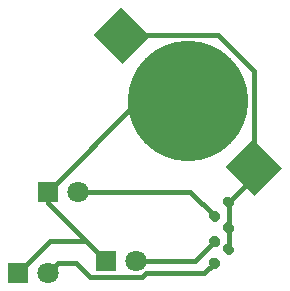
<source format=gbl>
%TF.GenerationSoftware,KiCad,Pcbnew,(5.1.8)-1*%
%TF.CreationDate,2020-12-24T12:29:03-03:00*%
%TF.ProjectId,christmasornament,63687269-7374-46d6-9173-6f726e616d65,rev?*%
%TF.SameCoordinates,Original*%
%TF.FileFunction,Copper,L2,Bot*%
%TF.FilePolarity,Positive*%
%FSLAX46Y46*%
G04 Gerber Fmt 4.6, Leading zero omitted, Abs format (unit mm)*
G04 Created by KiCad (PCBNEW (5.1.8)-1) date 2020-12-24 12:29:03*
%MOMM*%
%LPD*%
G01*
G04 APERTURE LIST*
%TA.AperFunction,ComponentPad*%
%ADD10R,1.800000X1.800000*%
%TD*%
%TA.AperFunction,ComponentPad*%
%ADD11C,1.800000*%
%TD*%
%TA.AperFunction,SMDPad,CuDef*%
%ADD12C,0.100000*%
%TD*%
%TA.AperFunction,SMDPad,CuDef*%
%ADD13C,10.200000*%
%TD*%
%TA.AperFunction,Conductor*%
%ADD14C,0.400000*%
%TD*%
G04 APERTURE END LIST*
D10*
%TO.P,D3,1*%
%TO.N,GND*%
X30550000Y30610000D03*
D11*
%TO.P,D3,2*%
%TO.N,Net-(D3-Pad2)*%
X33090000Y30610000D03*
%TD*%
%TO.P,D1,2*%
%TO.N,Net-(D1-Pad2)*%
X30510000Y23690000D03*
D10*
%TO.P,D1,1*%
%TO.N,GND*%
X27970000Y23690000D03*
%TD*%
%TO.P,D2,1*%
%TO.N,GND*%
X35460000Y24740000D03*
D11*
%TO.P,D2,2*%
%TO.N,Net-(D2-Pad2)*%
X38000000Y24740000D03*
%TD*%
%TO.P,R1,1*%
%TO.N,Net-(D1-Pad2)*%
%TA.AperFunction,SMDPad,CuDef*%
G36*
G01*
X44578249Y24079340D02*
X44189340Y24468249D01*
G75*
G02*
X44189340Y24751091I141421J141421D01*
G01*
X44472183Y25033934D01*
G75*
G02*
X44755025Y25033934I141421J-141421D01*
G01*
X45143934Y24645025D01*
G75*
G02*
X45143934Y24362183I-141421J-141421D01*
G01*
X44861091Y24079340D01*
G75*
G02*
X44578249Y24079340I-141421J141421D01*
G01*
G37*
%TD.AperFunction*%
%TO.P,R1,2*%
%TO.N,VCC*%
%TA.AperFunction,SMDPad,CuDef*%
G36*
G01*
X45744975Y25246066D02*
X45356066Y25634975D01*
G75*
G02*
X45356066Y25917817I141421J141421D01*
G01*
X45638909Y26200660D01*
G75*
G02*
X45921751Y26200660I141421J-141421D01*
G01*
X46310660Y25811751D01*
G75*
G02*
X46310660Y25528909I-141421J-141421D01*
G01*
X46027817Y25246066D01*
G75*
G02*
X45744975Y25246066I-141421J141421D01*
G01*
G37*
%TD.AperFunction*%
%TD*%
%TO.P,R2,1*%
%TO.N,Net-(D2-Pad2)*%
%TA.AperFunction,SMDPad,CuDef*%
G36*
G01*
X44578249Y25929340D02*
X44189340Y26318249D01*
G75*
G02*
X44189340Y26601091I141421J141421D01*
G01*
X44472183Y26883934D01*
G75*
G02*
X44755025Y26883934I141421J-141421D01*
G01*
X45143934Y26495025D01*
G75*
G02*
X45143934Y26212183I-141421J-141421D01*
G01*
X44861091Y25929340D01*
G75*
G02*
X44578249Y25929340I-141421J141421D01*
G01*
G37*
%TD.AperFunction*%
%TO.P,R2,2*%
%TO.N,VCC*%
%TA.AperFunction,SMDPad,CuDef*%
G36*
G01*
X45744975Y27096066D02*
X45356066Y27484975D01*
G75*
G02*
X45356066Y27767817I141421J141421D01*
G01*
X45638909Y28050660D01*
G75*
G02*
X45921751Y28050660I141421J-141421D01*
G01*
X46310660Y27661751D01*
G75*
G02*
X46310660Y27378909I-141421J-141421D01*
G01*
X46027817Y27096066D01*
G75*
G02*
X45744975Y27096066I-141421J141421D01*
G01*
G37*
%TD.AperFunction*%
%TD*%
%TO.P,R3,2*%
%TO.N,VCC*%
%TA.AperFunction,SMDPad,CuDef*%
G36*
G01*
X45744975Y29229429D02*
X45356066Y29618338D01*
G75*
G02*
X45356066Y29901180I141421J141421D01*
G01*
X45638909Y30184023D01*
G75*
G02*
X45921751Y30184023I141421J-141421D01*
G01*
X46310660Y29795114D01*
G75*
G02*
X46310660Y29512272I-141421J-141421D01*
G01*
X46027817Y29229429D01*
G75*
G02*
X45744975Y29229429I-141421J141421D01*
G01*
G37*
%TD.AperFunction*%
%TO.P,R3,1*%
%TO.N,Net-(D3-Pad2)*%
%TA.AperFunction,SMDPad,CuDef*%
G36*
G01*
X44578249Y28062703D02*
X44189340Y28451612D01*
G75*
G02*
X44189340Y28734454I141421J141421D01*
G01*
X44472183Y29017297D01*
G75*
G02*
X44755025Y29017297I141421J-141421D01*
G01*
X45143934Y28628388D01*
G75*
G02*
X45143934Y28345546I-141421J-141421D01*
G01*
X44861091Y28062703D01*
G75*
G02*
X44578249Y28062703I-141421J141421D01*
G01*
G37*
%TD.AperFunction*%
%TD*%
%TA.AperFunction,SMDPad,CuDef*%
D12*
%TO.P,BT1,1*%
%TO.N,VCC*%
G36*
X34409693Y43906855D02*
G01*
X36743145Y46240307D01*
X39218019Y43765433D01*
X36884567Y41431981D01*
X34409693Y43906855D01*
G37*
%TD.AperFunction*%
%TA.AperFunction,SMDPad,CuDef*%
G36*
X45581981Y32734567D02*
G01*
X47915433Y35068019D01*
X50390307Y32593145D01*
X48056855Y30259693D01*
X45581981Y32734567D01*
G37*
%TD.AperFunction*%
D13*
%TO.P,BT1,2*%
%TO.N,GND*%
X42400000Y38250000D03*
%TD*%
D14*
%TO.N,GND*%
X30550000Y29650000D02*
X35460000Y24740000D01*
X30550000Y30610000D02*
X30550000Y29650000D01*
X33739295Y26460705D02*
X35460000Y24740000D01*
X30740705Y26460705D02*
X33739295Y26460705D01*
X27970000Y23690000D02*
X30740705Y26460705D01*
X38190000Y38250000D02*
X30550000Y30610000D01*
X42400000Y38250000D02*
X38190000Y38250000D01*
%TO.N,Net-(D1-Pad2)*%
X31409999Y24589999D02*
X30510000Y23690000D01*
X32880186Y24589999D02*
X31409999Y24589999D01*
X34120185Y23350000D02*
X32880186Y24589999D01*
X38871996Y23687994D02*
X38534002Y23350000D01*
X43797994Y23687994D02*
X38871996Y23687994D01*
X38534002Y23350000D02*
X34120185Y23350000D01*
X44666637Y24556637D02*
X43797994Y23687994D01*
%TO.N,Net-(D2-Pad2)*%
X43000000Y24740000D02*
X44666637Y26406637D01*
X38000000Y24740000D02*
X43000000Y24740000D01*
%TO.N,Net-(D3-Pad2)*%
X42596637Y30610000D02*
X44666637Y28540000D01*
X33090000Y30610000D02*
X42596637Y30610000D01*
%TO.N,VCC*%
X47986144Y31859507D02*
X45833363Y29706726D01*
X47986144Y32663856D02*
X47986144Y31859507D01*
X45833363Y29706726D02*
X45833363Y27573363D01*
X45833363Y27573363D02*
X45833363Y25723363D01*
X47986144Y40803858D02*
X47986144Y32663856D01*
X44953858Y43836144D02*
X47986144Y40803858D01*
X36813856Y43836144D02*
X44953858Y43836144D01*
%TD*%
M02*

</source>
